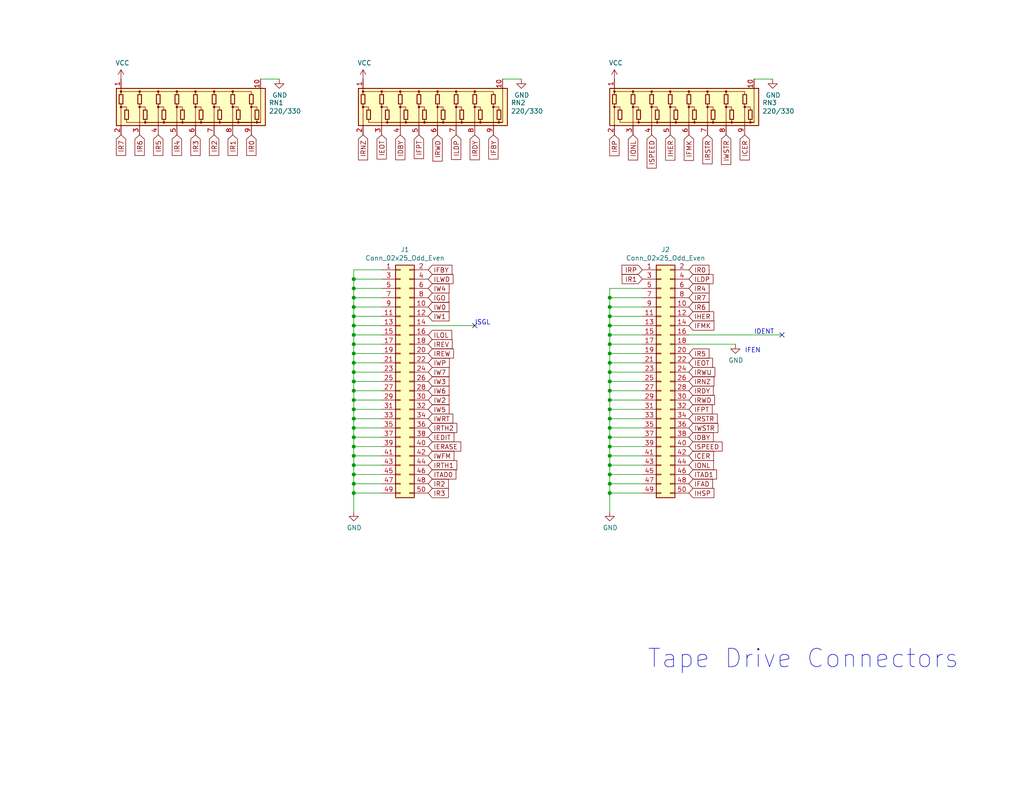
<source format=kicad_sch>
(kicad_sch (version 20211123) (generator eeschema)
  (paper "A")
  (title_block (title "Pertec Controller - Drive Connectors") (date "2022-10-12") (rev "0.2"))
  (lib_symbols
    (symbol "Connector_Generic:Conn_02x25_Odd_Even" (pin_names (offset 1.016) hide)
      (property "Reference" "J" (at 1.27 33.02 0))
      (property "Value" "Conn_02x25_Odd_Even" (at 1.27 -33.02 0))
      (symbol "Conn_02x25_Odd_Even_1_1"
        (rectangle (start -1.27 -30.353) (end 0 -30.607) (stroke (width 0.1524)))
        (rectangle (start -1.27 -27.813) (end 0 -28.067) (stroke (width 0.1524)))
        (rectangle (start -1.27 -25.273) (end 0 -25.527) (stroke (width 0.1524)))
        (rectangle (start -1.27 -22.733) (end 0 -22.987) (stroke (width 0.1524)))
        (rectangle (start -1.27 -20.193) (end 0 -20.447) (stroke (width 0.1524)))
        (rectangle (start -1.27 -17.653) (end 0 -17.907) (stroke (width 0.1524)))
        (rectangle (start -1.27 -15.113) (end 0 -15.367) (stroke (width 0.1524)))
        (rectangle (start -1.27 -12.573) (end 0 -12.827) (stroke (width 0.1524)))
        (rectangle (start -1.27 -10.033) (end 0 -10.287) (stroke (width 0.1524)))
        (rectangle (start -1.27 -7.493) (end 0 -7.747) (stroke (width 0.1524)))
        (rectangle (start -1.27 -4.953) (end 0 -5.207) (stroke (width 0.1524)))
        (rectangle (start -1.27 -2.413) (end 0 -2.667) (stroke (width 0.1524)))
        (rectangle (start -1.27 0.127) (end 0 -0.127) (stroke (width 0.1524)))
        (rectangle (start -1.27 2.667) (end 0 2.413) (stroke (width 0.1524)))
        (rectangle (start -1.27 5.207) (end 0 4.953) (stroke (width 0.1524)))
        (rectangle (start -1.27 7.747) (end 0 7.493) (stroke (width 0.1524)))
        (rectangle (start -1.27 10.287) (end 0 10.033) (stroke (width 0.1524)))
        (rectangle (start -1.27 12.827) (end 0 12.573) (stroke (width 0.1524)))
        (rectangle (start -1.27 15.367) (end 0 15.113) (stroke (width 0.1524)))
        (rectangle (start -1.27 17.907) (end 0 17.653) (stroke (width 0.1524)))
        (rectangle (start -1.27 20.447) (end 0 20.193) (stroke (width 0.1524)))
        (rectangle (start -1.27 22.987) (end 0 22.733) (stroke (width 0.1524)))
        (rectangle (start -1.27 25.527) (end 0 25.273) (stroke (width 0.1524)))
        (rectangle (start -1.27 28.067) (end 0 27.813) (stroke (width 0.1524)))
        (rectangle (start -1.27 30.607) (end 0 30.353) (stroke (width 0.1524)))
        (rectangle (start -1.27 31.75) (end 3.81 -31.75) (stroke (width 0.254)) (fill (type background)))
        (rectangle (start 3.81 -30.353) (end 2.54 -30.607) (stroke (width 0.1524)))
        (rectangle (start 3.81 -27.813) (end 2.54 -28.067) (stroke (width 0.1524)))
        (rectangle (start 3.81 -25.273) (end 2.54 -25.527) (stroke (width 0.1524)))
        (rectangle (start 3.81 -22.733) (end 2.54 -22.987) (stroke (width 0.1524)))
        (rectangle (start 3.81 -20.193) (end 2.54 -20.447) (stroke (width 0.1524)))
        (rectangle (start 3.81 -17.653) (end 2.54 -17.907) (stroke (width 0.1524)))
        (rectangle (start 3.81 -15.113) (end 2.54 -15.367) (stroke (width 0.1524)))
        (rectangle (start 3.81 -12.573) (end 2.54 -12.827) (stroke (width 0.1524)))
        (rectangle (start 3.81 -10.033) (end 2.54 -10.287) (stroke (width 0.1524)))
        (rectangle (start 3.81 -7.493) (end 2.54 -7.747) (stroke (width 0.1524)))
        (rectangle (start 3.81 -4.953) (end 2.54 -5.207) (stroke (width 0.1524)))
        (rectangle (start 3.81 -2.413) (end 2.54 -2.667) (stroke (width 0.1524)))
        (rectangle (start 3.81 0.127) (end 2.54 -0.127) (stroke (width 0.1524)))
        (rectangle (start 3.81 2.667) (end 2.54 2.413) (stroke (width 0.1524)))
        (rectangle (start 3.81 5.207) (end 2.54 4.953) (stroke (width 0.1524)))
        (rectangle (start 3.81 7.747) (end 2.54 7.493) (stroke (width 0.1524)))
        (rectangle (start 3.81 10.287) (end 2.54 10.033) (stroke (width 0.1524)))
        (rectangle (start 3.81 12.827) (end 2.54 12.573) (stroke (width 0.1524)))
        (rectangle (start 3.81 15.367) (end 2.54 15.113) (stroke (width 0.1524)))
        (rectangle (start 3.81 17.907) (end 2.54 17.653) (stroke (width 0.1524)))
        (rectangle (start 3.81 20.447) (end 2.54 20.193) (stroke (width 0.1524)))
        (rectangle (start 3.81 22.987) (end 2.54 22.733) (stroke (width 0.1524)))
        (rectangle (start 3.81 25.527) (end 2.54 25.273) (stroke (width 0.1524)))
        (rectangle (start 3.81 28.067) (end 2.54 27.813) (stroke (width 0.1524)))
        (rectangle (start 3.81 30.607) (end 2.54 30.353) (stroke (width 0.1524)))
        (pin passive line (at -5.08 30.48 0) (length 3.81) (name "Pin_1") (number "1"))
        (pin passive line (at 7.62 20.32 180) (length 3.81) (name "Pin_10") (number "10"))
        (pin passive line (at -5.08 17.78 0) (length 3.81) (name "Pin_11") (number "11"))
        (pin passive line (at 7.62 17.78 180) (length 3.81) (name "Pin_12") (number "12"))
        (pin passive line (at -5.08 15.24 0) (length 3.81) (name "Pin_13") (number "13"))
        (pin passive line (at 7.62 15.24 180) (length 3.81) (name "Pin_14") (number "14"))
        (pin passive line (at -5.08 12.7 0) (length 3.81) (name "Pin_15") (number "15"))
        (pin passive line (at 7.62 12.7 180) (length 3.81) (name "Pin_16") (number "16"))
        (pin passive line (at -5.08 10.16 0) (length 3.81) (name "Pin_17") (number "17"))
        (pin passive line (at 7.62 10.16 180) (length 3.81) (name "Pin_18") (number "18"))
        (pin passive line (at -5.08 7.62 0) (length 3.81) (name "Pin_19") (number "19"))
        (pin passive line (at 7.62 30.48 180) (length 3.81) (name "Pin_2") (number "2"))
        (pin passive line (at 7.62 7.62 180) (length 3.81) (name "Pin_20") (number "20"))
        (pin passive line (at -5.08 5.08 0) (length 3.81) (name "Pin_21") (number "21"))
        (pin passive line (at 7.62 5.08 180) (length 3.81) (name "Pin_22") (number "22"))
        (pin passive line (at -5.08 2.54 0) (length 3.81) (name "Pin_23") (number "23"))
        (pin passive line (at 7.62 2.54 180) (length 3.81) (name "Pin_24") (number "24"))
        (pin passive line (at -5.08 0 0) (length 3.81) (name "Pin_25") (number "25"))
        (pin passive line (at 7.62 0 180) (length 3.81) (name "Pin_26") (number "26"))
        (pin passive line (at -5.08 -2.54 0) (length 3.81) (name "Pin_27") (number "27"))
        (pin passive line (at 7.62 -2.54 180) (length 3.81) (name "Pin_28") (number "28"))
        (pin passive line (at -5.08 -5.08 0) (length 3.81) (name "Pin_29") (number "29"))
        (pin passive line (at -5.08 27.94 0) (length 3.81) (name "Pin_3") (number "3"))
        (pin passive line (at 7.62 -5.08 180) (length 3.81) (name "Pin_30") (number "30"))
        (pin passive line (at -5.08 -7.62 0) (length 3.81) (name "Pin_31") (number "31"))
        (pin passive line (at 7.62 -7.62 180) (length 3.81) (name "Pin_32") (number "32"))
        (pin passive line (at -5.08 -10.16 0) (length 3.81) (name "Pin_33") (number "33"))
        (pin passive line (at 7.62 -10.16 180) (length 3.81) (name "Pin_34") (number "34"))
        (pin passive line (at -5.08 -12.7 0) (length 3.81) (name "Pin_35") (number "35"))
        (pin passive line (at 7.62 -12.7 180) (length 3.81) (name "Pin_36") (number "36"))
        (pin passive line (at -5.08 -15.24 0) (length 3.81) (name "Pin_37") (number "37"))
        (pin passive line (at 7.62 -15.24 180) (length 3.81) (name "Pin_38") (number "38"))
        (pin passive line (at -5.08 -17.78 0) (length 3.81) (name "Pin_39") (number "39"))
        (pin passive line (at 7.62 27.94 180) (length 3.81) (name "Pin_4") (number "4"))
        (pin passive line (at 7.62 -17.78 180) (length 3.81) (name "Pin_40") (number "40"))
        (pin passive line (at -5.08 -20.32 0) (length 3.81) (name "Pin_41") (number "41"))
        (pin passive line (at 7.62 -20.32 180) (length 3.81) (name "Pin_42") (number "42"))
        (pin passive line (at -5.08 -22.86 0) (length 3.81) (name "Pin_43") (number "43"))
        (pin passive line (at 7.62 -22.86 180) (length 3.81) (name "Pin_44") (number "44"))
        (pin passive line (at -5.08 -25.4 0) (length 3.81) (name "Pin_45") (number "45"))
        (pin passive line (at 7.62 -25.4 180) (length 3.81) (name "Pin_46") (number "46"))
        (pin passive line (at -5.08 -27.94 0) (length 3.81) (name "Pin_47") (number "47"))
        (pin passive line (at 7.62 -27.94 180) (length 3.81) (name "Pin_48") (number "48"))
        (pin passive line (at -5.08 -30.48 0) (length 3.81) (name "Pin_49") (number "49"))
        (pin passive line (at -5.08 25.4 0) (length 3.81) (name "Pin_5") (number "5"))
        (pin passive line (at 7.62 -30.48 180) (length 3.81) (name "Pin_50") (number "50"))
        (pin passive line (at 7.62 25.4 180) (length 3.81) (name "Pin_6") (number "6"))
        (pin passive line (at -5.08 22.86 0) (length 3.81) (name "Pin_7") (number "7"))
        (pin passive line (at 7.62 22.86 180) (length 3.81) (name "Pin_8") (number "8"))
        (pin passive line (at -5.08 20.32 0) (length 3.81) (name "Pin_9") (number "9"))
      )
    )
    (symbol "Device:R_Network_Dividers_x08_SIP" (pin_names (offset 0) hide)
      (property "Reference" "RN" (at -22.86 0 90))
      (property "Value" "R_Network_Dividers_x08_SIP" (at 20.32 0 90))
      (symbol "R_Network_Dividers_x08_SIP_0_1"
        (rectangle (start -21.59 -5.08) (end 19.05 5.08) (stroke (width 0.254)) (fill (type background)))
        (rectangle (start -20.828 3.3782) (end -19.812 0.8382) (stroke (width 0.254)))
        (circle (center -20.32 0) (radius 0.254) (fill (type outline)))
        (circle (center -20.32 4.2164) (radius 0.254) (fill (type outline)))
        (rectangle (start -19.304 -3.3782) (end -18.288 -0.8382) (stroke (width 0.254)))
        (rectangle (start -15.748 3.3782) (end -14.732 0.8382) (stroke (width 0.254)))
        (circle (center -15.24 0) (radius 0.254) (fill (type outline)))
        (circle (center -15.24 4.2164) (radius 0.254) (fill (type outline)))
        (rectangle (start -14.224 -3.3782) (end -13.208 -0.8382) (stroke (width 0.254)))
        (circle (center -13.716 -4.2164) (radius 0.254) (fill (type outline)))
        (rectangle (start -10.668 3.3782) (end -9.652 0.8382) (stroke (width 0.254)))
        (circle (center -10.16 0) (radius 0.254) (fill (type outline)))
        (circle (center -10.16 4.2164) (radius 0.254) (fill (type outline)))
        (rectangle (start -9.144 -3.3782) (end -8.128 -0.8382) (stroke (width 0.254)))
        (circle (center -8.636 -4.2164) (radius 0.254) (fill (type outline)))
        (rectangle (start -5.588 3.3782) (end -4.572 0.8382) (stroke (width 0.254)))
        (circle (center -5.08 0) (radius 0.254) (fill (type outline)))
        (circle (center -5.08 4.2164) (radius 0.254) (fill (type outline)))
        (rectangle (start -4.064 -3.3782) (end -3.048 -0.8382) (stroke (width 0.254)))
        (circle (center -3.556 -4.2164) (radius 0.254) (fill (type outline)))
        (rectangle (start -0.508 3.3782) (end 0.508 0.8382) (stroke (width 0.254)))
        (polyline (pts (xy -20.32 -5.08) (xy -20.32 0.8382)))
        (polyline (pts (xy -20.32 5.08) (xy -20.32 3.3782)))
        (polyline (pts (xy -15.24 -5.08) (xy -15.24 0.8382)))
        (polyline (pts (xy -10.16 -5.08) (xy -10.16 0.8382)))
        (polyline (pts (xy -5.08 -5.08) (xy -5.08 0.8382)))
        (polyline (pts (xy 0 -5.08) (xy 0 0.8382)))
        (polyline (pts (xy 5.08 -5.08) (xy 5.08 0.8382)))
        (polyline (pts (xy 10.16 -5.08) (xy 10.16 0.8382)))
        (polyline (pts (xy 15.24 -5.08) (xy 15.24 0.8382)))
        (polyline (pts (xy 17.78 -4.2164) (xy 17.78 5.08)))
        (polyline (pts (xy -20.32 0) (xy -18.796 0) (xy -18.796 -0.8382)))
        (polyline (pts (xy -20.32 4.2164) (xy -15.24 4.2164) (xy -15.24 3.3782)))
        (polyline (pts (xy -18.796 -3.3782) (xy -18.796 -4.2164) (xy 17.78 -4.2164)))
        (polyline (pts (xy -15.24 0) (xy -13.716 0) (xy -13.716 -0.8382)))
        (polyline (pts (xy -15.24 4.2164) (xy -10.16 4.2164) (xy -10.16 3.3782)))
        (polyline (pts (xy -13.716 -3.3782) (xy -13.716 -4.2164) (xy 17.78 -4.2164)))
        (polyline (pts (xy -10.16 0) (xy -8.636 0) (xy -8.636 -0.8382)))
        (polyline (pts (xy -10.16 4.2164) (xy -5.08 4.2164) (xy -5.08 3.3782)))
        (polyline (pts (xy -8.636 -3.3782) (xy -8.636 -4.2164) (xy 17.78 -4.2164)))
        (polyline (pts (xy -5.08 0) (xy -3.556 0) (xy -3.556 -0.8382)))
        (polyline (pts (xy -5.08 4.2164) (xy 0 4.2164) (xy 0 3.3782)))
        (polyline (pts (xy -3.556 -3.3782) (xy -3.556 -4.2164) (xy 17.78 -4.2164)))
        (polyline (pts (xy 0 0) (xy 1.524 0) (xy 1.524 -0.8382)))
        (polyline (pts (xy 0 4.2164) (xy 5.08 4.2164) (xy 5.08 3.3782)))
        (polyline (pts (xy 1.524 -3.3782) (xy 1.524 -4.2164) (xy 17.78 -4.2164)))
        (polyline (pts (xy 5.08 0) (xy 6.604 0) (xy 6.604 -0.8382)))
        (polyline (pts (xy 5.08 4.2164) (xy 10.16 4.2164) (xy 10.16 3.3782)))
        (polyline (pts (xy 6.604 -3.3782) (xy 6.604 -4.2164) (xy 17.78 -4.2164)))
        (polyline (pts (xy 10.16 0) (xy 11.684 0) (xy 11.684 -0.8382)))
        (polyline (pts (xy 10.16 4.2164) (xy 15.24 4.2164) (xy 15.24 3.3782)))
        (polyline (pts (xy 11.684 -3.3782) (xy 11.684 -4.2164) (xy 17.78 -4.2164)))
        (polyline (pts (xy 15.24 0) (xy 16.764 0) (xy 16.764 -0.8382)))
        (polyline (pts (xy 16.764 -3.3782) (xy 16.764 -4.2164) (xy 17.78 -4.2164)))
        (circle (center 0 0) (radius 0.254) (fill (type outline)))
        (circle (center 0 4.2164) (radius 0.254) (fill (type outline)))
        (rectangle (start 1.016 -3.3782) (end 2.032 -0.8382) (stroke (width 0.254)))
        (circle (center 1.524 -4.2164) (radius 0.254) (fill (type outline)))
        (rectangle (start 4.572 3.3782) (end 5.588 0.8382) (stroke (width 0.254)))
        (circle (center 5.08 0) (radius 0.254) (fill (type outline)))
        (circle (center 5.08 4.2164) (radius 0.254) (fill (type outline)))
        (rectangle (start 6.096 -3.3782) (end 7.112 -0.8382) (stroke (width 0.254)))
        (circle (center 6.604 -4.2164) (radius 0.254) (fill (type outline)))
        (rectangle (start 9.652 3.3782) (end 10.668 0.8382) (stroke (width 0.254)))
        (circle (center 10.16 0) (radius 0.254) (fill (type outline)))
        (circle (center 10.16 4.2164) (radius 0.254) (fill (type outline)))
        (rectangle (start 11.176 -3.3782) (end 12.192 -0.8382) (stroke (width 0.254)))
        (circle (center 11.684 -4.2164) (radius 0.254) (fill (type outline)))
        (rectangle (start 14.732 3.3782) (end 15.748 0.8382) (stroke (width 0.254)))
        (circle (center 15.24 0) (radius 0.254) (fill (type outline)))
        (rectangle (start 16.256 -3.3782) (end 17.272 -0.8382) (stroke (width 0.254)))
        (circle (center 16.764 -4.2164) (radius 0.254) (fill (type outline)))
      )
      (symbol "R_Network_Dividers_x08_SIP_1_1"
        (pin passive line (at -20.32 7.62 270) (length 2.54) (name "COM1") (number "1"))
        (pin passive line (at 17.78 7.62 270) (length 2.54) (name "COM2") (number "10"))
        (pin passive line (at -20.32 -7.62 90) (length 2.54) (name "R1") (number "2"))
        (pin passive line (at -15.24 -7.62 90) (length 2.54) (name "R2") (number "3"))
        (pin passive line (at -10.16 -7.62 90) (length 2.54) (name "R3") (number "4"))
        (pin passive line (at -5.08 -7.62 90) (length 2.54) (name "R4") (number "5"))
        (pin passive line (at 0 -7.62 90) (length 2.54) (name "R5") (number "6"))
        (pin passive line (at 5.08 -7.62 90) (length 2.54) (name "R6") (number "7"))
        (pin passive line (at 10.16 -7.62 90) (length 2.54) (name "R7") (number "8"))
        (pin passive line (at 15.24 -7.62 90) (length 2.54) (name "R8") (number "9"))
      )
    )
    (symbol "power:GND" (power) (pin_names (offset 0))
      (property "Value" "GND" (at 0 -3.81 0))
      (symbol "GND_0_1"
        (polyline (pts (xy 0 0) (xy 0 -1.27) (xy 1.27 -1.27) (xy 0 -2.54) (xy -1.27 -1.27) (xy 0 -1.27)))
      )
      (symbol "GND_1_1"
        (pin power_in line (at 0 0 270) (length 0) hide (name "GND") (number "1"))
      )
    )
    (symbol "power:VCC" (power) (pin_names (offset 0))
      (property "Value" "VCC" (at 0 3.81 0))
      (symbol "VCC_0_1"
        (polyline (pts (xy -0.762 1.27) (xy 0 2.54)))
        (polyline (pts (xy 0 0) (xy 0 2.54)))
        (polyline (pts (xy 0 2.54) (xy 0.762 1.27)))
      )
      (symbol "VCC_1_1"
        (pin power_in line (at 0 0 90) (length 0) hide (name "VCC") (number "1"))
      )
    )
  )
  (junction (at 166.37 93.98))
  (junction (at 96.52 116.84))
  (junction (at 96.52 86.36))
  (junction (at 166.37 127))
  (junction (at 166.37 124.46))
  (junction (at 96.52 91.44))
  (junction (at 96.52 76.2))
  (junction (at 96.52 96.52))
  (junction (at 166.37 121.92))
  (junction (at 96.52 127))
  (junction (at 166.37 104.14))
  (junction (at 166.37 101.6))
  (junction (at 96.52 124.46))
  (junction (at 96.52 134.62))
  (junction (at 166.37 116.84))
  (junction (at 96.52 129.54))
  (junction (at 166.37 83.82))
  (junction (at 96.52 78.74))
  (junction (at 96.52 99.06))
  (junction (at 166.37 86.36))
  (junction (at 166.37 132.08))
  (junction (at 166.37 106.68))
  (junction (at 166.37 134.62))
  (junction (at 166.37 81.28))
  (junction (at 166.37 91.44))
  (junction (at 96.52 101.6))
  (junction (at 166.37 96.52))
  (junction (at 96.52 81.28))
  (junction (at 96.52 83.82))
  (junction (at 96.52 104.14))
  (junction (at 96.52 111.76))
  (junction (at 166.37 88.9))
  (junction (at 96.52 93.98))
  (junction (at 96.52 121.92))
  (junction (at 96.52 109.22))
  (junction (at 166.37 129.54))
  (junction (at 96.52 106.68))
  (junction (at 166.37 99.06))
  (junction (at 96.52 88.9))
  (junction (at 166.37 114.3))
  (junction (at 96.52 119.38))
  (junction (at 166.37 109.22))
  (junction (at 96.52 114.3))
  (junction (at 96.52 132.08))
  (junction (at 166.37 111.76))
  (junction (at 166.37 119.38))
  (no_connect (at 129.54 88.9))
  (no_connect (at 213.36 91.44))
  (wire (pts (xy 166.37 93.98) (xy 166.37 96.52)))
  (wire (pts (xy 104.14 129.54) (xy 96.52 129.54)))
  (wire (pts (xy 104.14 109.22) (xy 96.52 109.22)))
  (wire (pts (xy 96.52 81.28) (xy 96.52 83.82)))
  (wire (pts (xy 175.26 88.9) (xy 166.37 88.9)))
  (wire (pts (xy 175.26 127) (xy 166.37 127)))
  (wire (pts (xy 96.52 106.68) (xy 96.52 109.22)))
  (wire (pts (xy 116.84 88.9) (xy 129.54 88.9)))
  (wire (pts (xy 104.14 91.44) (xy 96.52 91.44)))
  (wire (pts (xy 104.14 86.36) (xy 96.52 86.36)))
  (wire (pts (xy 175.26 106.68) (xy 166.37 106.68)))
  (wire (pts (xy 166.37 83.82) (xy 166.37 86.36)))
  (wire (pts (xy 104.14 127) (xy 96.52 127)))
  (wire (pts (xy 166.37 114.3) (xy 166.37 116.84)))
  (wire (pts (xy 96.52 124.46) (xy 96.52 127)))
  (wire (pts (xy 166.37 132.08) (xy 166.37 134.62)))
  (wire (pts (xy 175.26 96.52) (xy 166.37 96.52)))
  (wire (pts (xy 104.14 114.3) (xy 96.52 114.3)))
  (wire (pts (xy 166.37 81.28) (xy 166.37 83.82)))
  (wire (pts (xy 96.52 109.22) (xy 96.52 111.76)))
  (wire (pts (xy 104.14 104.14) (xy 96.52 104.14)))
  (wire (pts (xy 96.52 104.14) (xy 96.52 106.68)))
  (wire (pts (xy 96.52 129.54) (xy 96.52 132.08)))
  (wire (pts (xy 187.96 91.44) (xy 213.36 91.44)))
  (wire (pts (xy 166.37 91.44) (xy 166.37 93.98)))
  (wire (pts (xy 205.74 21.59) (xy 210.82 21.59)))
  (wire (pts (xy 96.52 83.82) (xy 96.52 86.36)))
  (wire (pts (xy 166.37 86.36) (xy 166.37 88.9)))
  (wire (pts (xy 137.16 21.59) (xy 142.24 21.59)))
  (wire (pts (xy 175.26 129.54) (xy 166.37 129.54)))
  (wire (pts (xy 166.37 121.92) (xy 166.37 124.46)))
  (wire (pts (xy 166.37 101.6) (xy 166.37 104.14)))
  (wire (pts (xy 96.52 73.66) (xy 96.52 76.2)))
  (wire (pts (xy 96.52 91.44) (xy 96.52 93.98)))
  (wire (pts (xy 166.37 96.52) (xy 166.37 99.06)))
  (wire (pts (xy 175.26 114.3) (xy 166.37 114.3)))
  (wire (pts (xy 166.37 134.62) (xy 166.37 139.7)))
  (wire (pts (xy 175.26 99.06) (xy 166.37 99.06)))
  (wire (pts (xy 96.52 132.08) (xy 96.52 134.62)))
  (wire (pts (xy 104.14 73.66) (xy 96.52 73.66)))
  (wire (pts (xy 96.52 119.38) (xy 96.52 121.92)))
  (wire (pts (xy 104.14 121.92) (xy 96.52 121.92)))
  (wire (pts (xy 96.52 114.3) (xy 96.52 116.84)))
  (wire (pts (xy 96.52 76.2) (xy 96.52 78.74)))
  (wire (pts (xy 96.52 116.84) (xy 96.52 119.38)))
  (wire (pts (xy 96.52 93.98) (xy 96.52 96.52)))
  (wire (pts (xy 175.26 86.36) (xy 166.37 86.36)))
  (wire (pts (xy 175.26 132.08) (xy 166.37 132.08)))
  (wire (pts (xy 175.26 134.62) (xy 166.37 134.62)))
  (wire (pts (xy 104.14 88.9) (xy 96.52 88.9)))
  (wire (pts (xy 104.14 106.68) (xy 96.52 106.68)))
  (wire (pts (xy 104.14 101.6) (xy 96.52 101.6)))
  (wire (pts (xy 104.14 124.46) (xy 96.52 124.46)))
  (wire (pts (xy 175.26 111.76) (xy 166.37 111.76)))
  (wire (pts (xy 96.52 121.92) (xy 96.52 124.46)))
  (wire (pts (xy 175.26 109.22) (xy 166.37 109.22)))
  (wire (pts (xy 175.26 101.6) (xy 166.37 101.6)))
  (wire (pts (xy 166.37 116.84) (xy 166.37 119.38)))
  (wire (pts (xy 175.26 91.44) (xy 166.37 91.44)))
  (wire (pts (xy 104.14 119.38) (xy 96.52 119.38)))
  (wire (pts (xy 166.37 111.76) (xy 166.37 114.3)))
  (wire (pts (xy 104.14 96.52) (xy 96.52 96.52)))
  (wire (pts (xy 166.37 99.06) (xy 166.37 101.6)))
  (wire (pts (xy 96.52 111.76) (xy 96.52 114.3)))
  (wire (pts (xy 175.26 121.92) (xy 166.37 121.92)))
  (wire (pts (xy 166.37 78.74) (xy 166.37 81.28)))
  (wire (pts (xy 166.37 106.68) (xy 166.37 109.22)))
  (wire (pts (xy 166.37 124.46) (xy 166.37 127)))
  (wire (pts (xy 175.26 104.14) (xy 166.37 104.14)))
  (wire (pts (xy 104.14 78.74) (xy 96.52 78.74)))
  (wire (pts (xy 104.14 93.98) (xy 96.52 93.98)))
  (wire (pts (xy 175.26 78.74) (xy 166.37 78.74)))
  (wire (pts (xy 175.26 93.98) (xy 166.37 93.98)))
  (wire (pts (xy 104.14 83.82) (xy 96.52 83.82)))
  (wire (pts (xy 104.14 132.08) (xy 96.52 132.08)))
  (wire (pts (xy 166.37 119.38) (xy 166.37 121.92)))
  (wire (pts (xy 104.14 111.76) (xy 96.52 111.76)))
  (wire (pts (xy 175.26 124.46) (xy 166.37 124.46)))
  (wire (pts (xy 96.52 78.74) (xy 96.52 81.28)))
  (wire (pts (xy 166.37 88.9) (xy 166.37 91.44)))
  (wire (pts (xy 166.37 104.14) (xy 166.37 106.68)))
  (wire (pts (xy 175.26 119.38) (xy 166.37 119.38)))
  (wire (pts (xy 187.96 93.98) (xy 200.66 93.98)))
  (wire (pts (xy 175.26 116.84) (xy 166.37 116.84)))
  (wire (pts (xy 104.14 99.06) (xy 96.52 99.06)))
  (wire (pts (xy 96.52 88.9) (xy 96.52 91.44)))
  (wire (pts (xy 166.37 127) (xy 166.37 129.54)))
  (wire (pts (xy 96.52 134.62) (xy 96.52 139.7)))
  (wire (pts (xy 96.52 86.36) (xy 96.52 88.9)))
  (wire (pts (xy 96.52 99.06) (xy 96.52 101.6)))
  (wire (pts (xy 166.37 129.54) (xy 166.37 132.08)))
  (wire (pts (xy 104.14 76.2) (xy 96.52 76.2)))
  (wire (pts (xy 104.14 134.62) (xy 96.52 134.62)))
  (wire (pts (xy 175.26 81.28) (xy 166.37 81.28)))
  (wire (pts (xy 71.12 21.59) (xy 76.2 21.59)))
  (wire (pts (xy 104.14 116.84) (xy 96.52 116.84)))
  (wire (pts (xy 104.14 81.28) (xy 96.52 81.28)))
  (wire (pts (xy 96.52 101.6) (xy 96.52 104.14)))
  (wire (pts (xy 96.52 127) (xy 96.52 129.54)))
  (wire (pts (xy 175.26 83.82) (xy 166.37 83.82)))
  (wire (pts (xy 166.37 109.22) (xy 166.37 111.76)))
  (wire (pts (xy 96.52 96.52) (xy 96.52 99.06)))
  (text "ISGL" (at 129.54 88.9 0) (effects (font (size 1.27 1.27)) (justify left bottom)))
  (text "IFEN" (at 203.2 96.52 0) (effects (font (size 1.27 1.27)) (justify left bottom)))
  (text "IDENT" (at 205.74 91.44 0) (effects (font (size 1.27 1.27)) (justify left bottom)))
  (text "Tape Drive Connectors" (at 176.53 182.88 0) (effects (font (size 5.0038 5.0038)) (justify left bottom)))
  (global_label "IR6" (shape input) (at 187.96 83.82 0) (property "Intersheet References" "${INTERSHEET_REFS}" (effects hide)))
  (global_label "IONL" (shape input) (at 172.72 36.83 270) (effects (font (size 1.2954 1.2954))) (property "Intersheet References" "${INTERSHEET_REFS}" (effects hide)))
  (global_label "IFAD" (shape input) (at 187.96 132.08 0) (property "Intersheet References" "${INTERSHEET_REFS}" (effects hide)))
  (global_label "IW4" (shape input) (at 116.84 78.74 0) (property "Intersheet References" "${INTERSHEET_REFS}" (effects hide)))
  (global_label "IDBY" (shape input) (at 187.96 119.38 0) (property "Intersheet References" "${INTERSHEET_REFS}" (effects hide)))
  (global_label "IFMK" (shape input) (at 187.96 36.83 270) (effects (font (size 1.2954 1.2954))) (property "Intersheet References" "${INTERSHEET_REFS}" (effects hide)))
  (global_label "IRWU" (shape input) (at 187.96 101.6 0) (property "Intersheet References" "${INTERSHEET_REFS}" (effects hide)))
  (global_label "IREW" (shape input) (at 116.84 96.52 0) (property "Intersheet References" "${INTERSHEET_REFS}" (effects hide)))
  (global_label "IR2" (shape input) (at 116.84 132.08 0) (property "Intersheet References" "${INTERSHEET_REFS}" (effects hide)))
  (global_label "ICER" (shape input) (at 203.2 36.83 270) (effects (font (size 1.2954 1.2954))) (property "Intersheet References" "${INTERSHEET_REFS}" (effects hide)))
  (global_label "IW5" (shape input) (at 116.84 111.76 0) (property "Intersheet References" "${INTERSHEET_REFS}" (effects hide)))
  (global_label "IHER" (shape input) (at 187.96 86.36 0) (property "Intersheet References" "${INTERSHEET_REFS}" (effects hide)))
  (global_label "IHER" (shape input) (at 182.88 36.83 270) (effects (font (size 1.2954 1.2954))) (property "Intersheet References" "${INTERSHEET_REFS}" (effects hide)))
  (global_label "IR7" (shape input) (at 187.96 81.28 0) (property "Intersheet References" "${INTERSHEET_REFS}" (effects hide)))
  (global_label "IW2" (shape input) (at 116.84 109.22 0) (property "Intersheet References" "${INTERSHEET_REFS}" (effects hide)))
  (global_label "IR7" (shape input) (at 33.02 36.83 270) (effects (font (size 1.2954 1.2954))) (property "Intersheet References" "${INTERSHEET_REFS}" (effects hide)))
  (global_label "ITAD0" (shape input) (at 116.84 129.54 0) (property "Intersheet References" "${INTERSHEET_REFS}" (effects hide)))
  (global_label "IWRT" (shape input) (at 116.84 114.3 0) (property "Intersheet References" "${INTERSHEET_REFS}" (effects hide)))
  (global_label "IEDIT" (shape input) (at 116.84 119.38 0) (property "Intersheet References" "${INTERSHEET_REFS}" (effects hide)))
  (global_label "ILDP" (shape input) (at 124.46 36.83 270) (effects (font (size 1.2954 1.2954))) (property "Intersheet References" "${INTERSHEET_REFS}" (effects hide)))
  (global_label "IR5" (shape input) (at 187.96 96.52 0) (property "Intersheet References" "${INTERSHEET_REFS}" (effects hide)))
  (global_label "IRSTR" (shape input) (at 193.04 36.83 270) (effects (font (size 1.2954 1.2954))) (property "Intersheet References" "${INTERSHEET_REFS}" (effects hide)))
  (global_label "IW6" (shape input) (at 116.84 106.68 0) (property "Intersheet References" "${INTERSHEET_REFS}" (effects hide)))
  (global_label "IFMK" (shape input) (at 187.96 88.9 0) (property "Intersheet References" "${INTERSHEET_REFS}" (effects hide)))
  (global_label "IWP" (shape input) (at 116.84 99.06 0) (property "Intersheet References" "${INTERSHEET_REFS}" (effects hide)))
  (global_label "IRP" (shape input) (at 167.64 36.83 270) (effects (font (size 1.2954 1.2954))) (property "Intersheet References" "${INTERSHEET_REFS}" (effects hide)))
  (global_label "IR1" (shape input) (at 63.5 36.83 270) (effects (font (size 1.2954 1.2954))) (property "Intersheet References" "${INTERSHEET_REFS}" (effects hide)))
  (global_label "IW1" (shape input) (at 116.84 86.36 0) (property "Intersheet References" "${INTERSHEET_REFS}" (effects hide)))
  (global_label "IHSP" (shape input) (at 187.96 134.62 0) (property "Intersheet References" "${INTERSHEET_REFS}" (effects hide)))
  (global_label "IR0" (shape input) (at 68.58 36.83 270) (effects (font (size 1.2954 1.2954))) (property "Intersheet References" "${INTERSHEET_REFS}" (effects hide)))
  (global_label "IR3" (shape input) (at 53.34 36.83 270) (effects (font (size 1.2954 1.2954))) (property "Intersheet References" "${INTERSHEET_REFS}" (effects hide)))
  (global_label "IREV" (shape input) (at 116.84 93.98 0) (property "Intersheet References" "${INTERSHEET_REFS}" (effects hide)))
  (global_label "ILWD" (shape input) (at 116.84 76.2 0) (property "Intersheet References" "${INTERSHEET_REFS}" (effects hide)))
  (global_label "IRP" (shape input) (at 175.26 73.66 180) (property "Intersheet References" "${INTERSHEET_REFS}" (effects hide)))
  (global_label "IWFM" (shape input) (at 116.84 124.46 0) (property "Intersheet References" "${INTERSHEET_REFS}" (effects hide)))
  (global_label "IRWD" (shape input) (at 119.38 36.83 270) (effects (font (size 1.2954 1.2954))) (property "Intersheet References" "${INTERSHEET_REFS}" (effects hide)))
  (global_label "IW0" (shape input) (at 116.84 83.82 0) (property "Intersheet References" "${INTERSHEET_REFS}" (effects hide)))
  (global_label "IFBY" (shape input) (at 134.62 36.83 270) (effects (font (size 1.2954 1.2954))) (property "Intersheet References" "${INTERSHEET_REFS}" (effects hide)))
  (global_label "ICER" (shape input) (at 187.96 124.46 0) (property "Intersheet References" "${INTERSHEET_REFS}" (effects hide)))
  (global_label "IFPT" (shape input) (at 114.3 36.83 270) (effects (font (size 1.2954 1.2954))) (property "Intersheet References" "${INTERSHEET_REFS}" (effects hide)))
  (global_label "IR3" (shape input) (at 116.84 134.62 0) (property "Intersheet References" "${INTERSHEET_REFS}" (effects hide)))
  (global_label "ILOL" (shape input) (at 116.84 91.44 0) (property "Intersheet References" "${INTERSHEET_REFS}" (effects hide)))
  (global_label "IW3" (shape input) (at 116.84 104.14 0) (property "Intersheet References" "${INTERSHEET_REFS}" (effects hide)))
  (global_label "IWSTR" (shape input) (at 187.96 116.84 0) (property "Intersheet References" "${INTERSHEET_REFS}" (effects hide)))
  (global_label "IR6" (shape input) (at 38.1 36.83 270) (effects (font (size 1.2954 1.2954))) (property "Intersheet References" "${INTERSHEET_REFS}" (effects hide)))
  (global_label "IRDY" (shape input) (at 187.96 106.68 0) (property "Intersheet References" "${INTERSHEET_REFS}" (effects hide)))
  (global_label "IR5" (shape input) (at 43.18 36.83 270) (effects (font (size 1.2954 1.2954))) (property "Intersheet References" "${INTERSHEET_REFS}" (effects hide)))
  (global_label "IDBY" (shape input) (at 109.22 36.83 270) (effects (font (size 1.2954 1.2954))) (property "Intersheet References" "${INTERSHEET_REFS}" (effects hide)))
  (global_label "IR0" (shape input) (at 187.96 73.66 0) (property "Intersheet References" "${INTERSHEET_REFS}" (effects hide)))
  (global_label "IEOT" (shape input) (at 104.14 36.83 270) (effects (font (size 1.2954 1.2954))) (property "Intersheet References" "${INTERSHEET_REFS}" (effects hide)))
  (global_label "IFPT" (shape input) (at 187.96 111.76 0) (property "Intersheet References" "${INTERSHEET_REFS}" (effects hide)))
  (global_label "IEOT" (shape input) (at 187.96 99.06 0) (property "Intersheet References" "${INTERSHEET_REFS}" (effects hide)))
  (global_label "ISPEED" (shape input) (at 187.96 121.92 0) (property "Intersheet References" "${INTERSHEET_REFS}" (effects hide)))
  (global_label "IFBY" (shape input) (at 116.84 73.66 0) (property "Intersheet References" "${INTERSHEET_REFS}" (effects hide)))
  (global_label "IR4" (shape input) (at 48.26 36.83 270) (effects (font (size 1.2954 1.2954))) (property "Intersheet References" "${INTERSHEET_REFS}" (effects hide)))
  (global_label "IR4" (shape input) (at 187.96 78.74 0) (property "Intersheet References" "${INTERSHEET_REFS}" (effects hide)))
  (global_label "ISPEED" (shape input) (at 177.8 36.83 270) (property "Intersheet References" "${INTERSHEET_REFS}" (effects hide)))
  (global_label "IGO" (shape input) (at 116.84 81.28 0) (property "Intersheet References" "${INTERSHEET_REFS}" (effects hide)))
  (global_label "IRTH2" (shape input) (at 116.84 116.84 0) (property "Intersheet References" "${INTERSHEET_REFS}" (effects hide)))
  (global_label "IRDY" (shape input) (at 129.54 36.83 270) (effects (font (size 1.2954 1.2954))) (property "Intersheet References" "${INTERSHEET_REFS}" (effects hide)))
  (global_label "IRTH1" (shape input) (at 116.84 127 0) (property "Intersheet References" "${INTERSHEET_REFS}" (effects hide)))
  (global_label "IWSTR" (shape input) (at 198.12 36.83 270) (effects (font (size 1.2954 1.2954))) (property "Intersheet References" "${INTERSHEET_REFS}" (effects hide)))
  (global_label "IRWD" (shape input) (at 187.96 109.22 0) (property "Intersheet References" "${INTERSHEET_REFS}" (effects hide)))
  (global_label "IERASE" (shape input) (at 116.84 121.92 0) (property "Intersheet References" "${INTERSHEET_REFS}" (effects hide)))
  (global_label "IRSTR" (shape input) (at 187.96 114.3 0) (property "Intersheet References" "${INTERSHEET_REFS}" (effects hide)))
  (global_label "IONL" (shape input) (at 187.96 127 0) (property "Intersheet References" "${INTERSHEET_REFS}" (effects hide)))
  (global_label "ITAD1" (shape input) (at 187.96 129.54 0) (property "Intersheet References" "${INTERSHEET_REFS}" (effects hide)))
  (global_label "IW7" (shape input) (at 116.84 101.6 0) (property "Intersheet References" "${INTERSHEET_REFS}" (effects hide)))
  (global_label "IRNZ" (shape input) (at 99.06 36.83 270) (property "Intersheet References" "${INTERSHEET_REFS}" (effects hide)))
  (global_label "IRNZ" (shape input) (at 187.96 104.14 0) (property "Intersheet References" "${INTERSHEET_REFS}" (effects hide)))
  (global_label "ILDP" (shape input) (at 187.96 76.2 0) (property "Intersheet References" "${INTERSHEET_REFS}" (effects hide)))
  (global_label "IR1" (shape input) (at 175.26 76.2 180) (property "Intersheet References" "${INTERSHEET_REFS}" (effects hide)))
  (global_label "IR2" (shape input) (at 58.42 36.83 270) (effects (font (size 1.2954 1.2954))) (property "Intersheet References" "${INTERSHEET_REFS}" (effects hide)))
  (symbol (lib_id "Connector_Generic:Conn_02x25_Odd_Even") (at 180.34 104.14 0) (unit 1)
    (property "Reference" "J2" (at 181.61 68.1482 0))
    (property "Value" "Conn_02x25_Odd_Even" (at 181.61 70.4596 0))
    (property "Footprint" "Connector_PinHeader_2.54mm:PinHeader_2x25_P2.54mm_Vertical" (effects hide))
  )
  (symbol (lib_id "Connector_Generic:Conn_02x25_Odd_Even") (at 109.22 104.14 0) (unit 1)
    (property "Reference" "J1" (at 110.49 68.1482 0))
    (property "Value" "Conn_02x25_Odd_Even" (at 110.49 70.4596 0))
    (property "Footprint" "Connector_PinHeader_2.54mm:PinHeader_2x25_P2.54mm_Vertical" (effects hide))
  )
  (symbol (lib_id "Device:R_Network_Dividers_x08_SIP") (at 187.96 29.21 0) (unit 1)
    (property "Reference" "RN3" (at 207.9752 28.0416 0) (effects (justify left)))
    (property "Value" "220/330" (at 207.9752 30.353 0) (effects (justify left)))
    (property "Footprint" "Resistor_THT:R_Array_SIP10" (effects hide))
    (property "Datasheet" "http://www.vishay.com/docs/31509/csc.pdf" (effects hide))
  )
  (symbol (lib_id "Device:R_Network_Dividers_x08_SIP") (at 119.38 29.21 0) (unit 1)
    (property "Reference" "RN2" (at 139.3952 28.0416 0) (effects (justify left)))
    (property "Value" "220/330" (at 139.3952 30.353 0) (effects (justify left)))
    (property "Footprint" "Resistor_THT:R_Array_SIP10" (effects hide))
    (property "Datasheet" "http://www.vishay.com/docs/31509/csc.pdf" (effects hide))
  )
  (symbol (lib_id "Device:R_Network_Dividers_x08_SIP") (at 53.34 29.21 0) (unit 1)
    (property "Reference" "RN1" (at 73.3552 28.0416 0) (effects (justify left)))
    (property "Value" "220/330" (at 73.3552 30.353 0) (effects (justify left)))
    (property "Footprint" "Resistor_THT:R_Array_SIP10" (effects hide))
    (property "Datasheet" "http://www.vishay.com/docs/31509/csc.pdf" (effects hide))
  )
  (symbol (lib_id "power:GND") (at 96.52 139.7 0) (unit 1)
    (property "Reference" "#PWR0101" (effects hide))
    (property "Value" "GND" (at 96.647 144.0942 0))
  )
  (symbol (lib_id "power:GND") (at 166.37 139.7 0) (unit 1)
    (property "Reference" "#PWR0102" (effects hide))
    (property "Value" "GND" (at 166.497 144.0942 0))
  )
  (symbol (lib_id "power:VCC") (at 33.02 21.59 0) (unit 1)
    (property "Reference" "#PWR0103" (effects hide))
    (property "Value" "VCC" (at 33.401 17.1958 0))
  )
  (symbol (lib_id "power:VCC") (at 99.06 21.59 0) (unit 1)
    (property "Reference" "#PWR0104" (effects hide))
    (property "Value" "VCC" (at 99.441 17.1958 0))
  )
  (symbol (lib_id "power:VCC") (at 167.64 21.59 0) (unit 1)
    (property "Reference" "#PWR0105" (effects hide))
    (property "Value" "VCC" (at 168.021 17.1958 0))
  )
  (symbol (lib_id "power:GND") (at 210.82 21.59 0) (unit 1)
    (property "Reference" "#PWR0106" (effects hide))
    (property "Value" "GND" (at 210.947 25.9842 0))
  )
  (symbol (lib_id "power:GND") (at 142.24 21.59 0) (unit 1)
    (property "Reference" "#PWR0107" (effects hide))
    (property "Value" "GND" (at 142.367 25.9842 0))
  )
  (symbol (lib_id "power:GND") (at 76.2 21.59 0) (unit 1)
    (property "Reference" "#PWR0108" (effects hide))
    (property "Value" "GND" (at 76.327 25.9842 0))
  )
  (symbol (lib_id "power:GND") (at 200.66 93.98 0) (unit 1)
    (property "Reference" "#PWR0156" (effects hide))
    (property "Value" "GND" (at 200.787 98.3742 0))
  )
)
</source>
